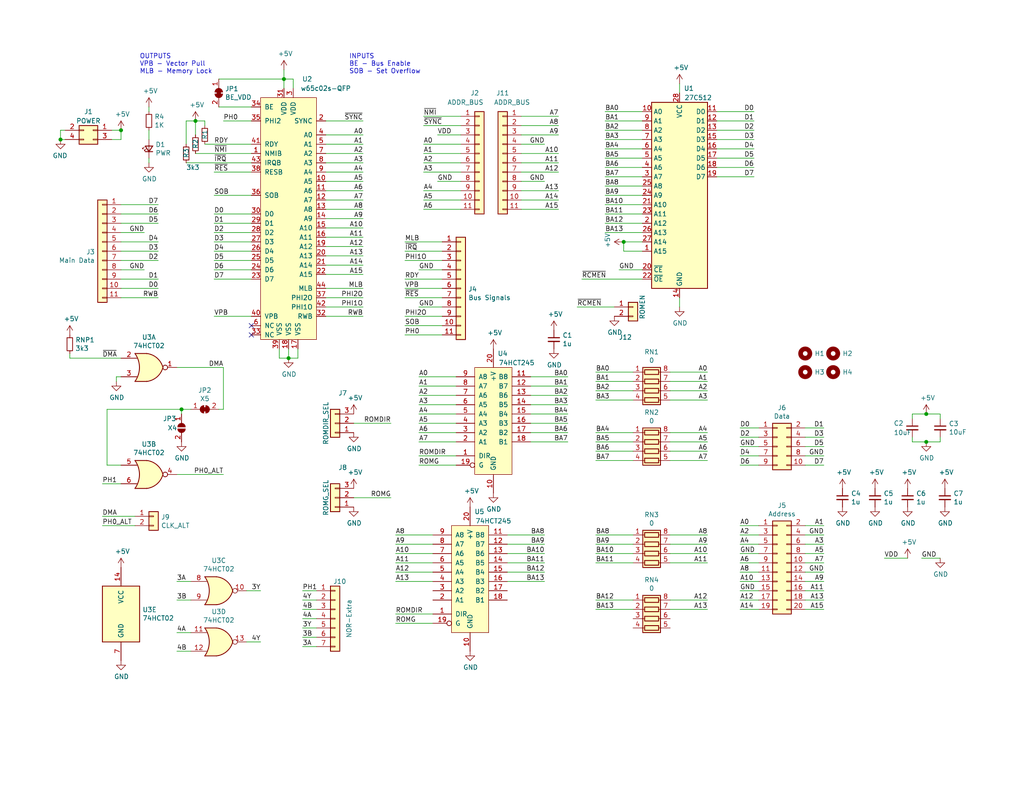
<source format=kicad_sch>
(kicad_sch (version 20230121) (generator eeschema)
  (paper "USLetter")
  (junction (at 78.74 97.79))
  (junction (at 49.53 111.76))
  (junction (at 252.73 113.03))
  (junction (at 53.34 33.02))
  (junction (at 33.02 35.56))
  (junction (at 16.51 38.1))
  (junction (at 170.18 66.04))
  (junction (at 252.73 120.65))
  (junction (at 77.47 21.59))
  (no_connect (at 68.58 91.44))
  (no_connect (at 68.58 88.9))
  (wire (pts (xy 154.94 107.95) (xy 144.78 107.95)))
  (wire (pts (xy 170.18 66.04) (xy 175.26 66.04)))
  (wire (pts (xy 52.07 158.75) (xy 48.26 158.75)))
  (wire (pts (xy 142.24 39.37) (xy 148.59 39.37)))
  (wire (pts (xy 58.42 53.34) (xy 68.58 53.34)))
  (wire (pts (xy 252.73 120.65) (xy 256.54 120.65)))
  (wire (pts (xy 110.49 71.12) (xy 120.65 71.12)))
  (wire (pts (xy 68.58 86.36) (xy 58.42 86.36)))
  (wire (pts (xy 142.24 34.29) (xy 152.4 34.29)))
  (wire (pts (xy 195.58 35.56) (xy 205.74 35.56)))
  (wire (pts (xy 125.73 46.99) (xy 115.57 46.99)))
  (wire (pts (xy 19.05 97.79) (xy 33.02 97.79)))
  (wire (pts (xy 88.9 57.15) (xy 99.06 57.15)))
  (wire (pts (xy 175.26 33.02) (xy 165.1 33.02)))
  (wire (pts (xy 182.88 151.13) (xy 193.04 151.13)))
  (wire (pts (xy 201.93 158.75) (xy 207.01 158.75)))
  (wire (pts (xy 88.9 49.53) (xy 99.06 49.53)))
  (wire (pts (xy 52.07 163.83) (xy 48.26 163.83)))
  (wire (pts (xy 195.58 30.48) (xy 205.74 30.48)))
  (wire (pts (xy 88.9 41.91) (xy 99.06 41.91)))
  (wire (pts (xy 148.59 148.59) (xy 138.43 148.59)))
  (wire (pts (xy 68.58 33.02) (xy 60.96 33.02)))
  (wire (pts (xy 185.42 22.86) (xy 185.42 25.4)))
  (wire (pts (xy 162.56 123.19) (xy 172.72 123.19)))
  (wire (pts (xy 201.93 161.29) (xy 207.01 161.29)))
  (wire (pts (xy 201.93 166.37) (xy 207.01 166.37)))
  (wire (pts (xy 88.9 52.07) (xy 99.06 52.07)))
  (wire (pts (xy 120.65 73.66) (xy 114.3 73.66)))
  (wire (pts (xy 30.48 35.56) (xy 33.02 35.56)))
  (wire (pts (xy 154.94 118.11) (xy 144.78 118.11)))
  (wire (pts (xy 88.9 39.37) (xy 99.06 39.37)))
  (wire (pts (xy 248.92 120.65) (xy 252.73 120.65)))
  (wire (pts (xy 120.65 78.74) (xy 110.49 78.74)))
  (wire (pts (xy 124.46 118.11) (xy 114.3 118.11)))
  (wire (pts (xy 40.64 35.56) (xy 40.64 38.1)))
  (wire (pts (xy 16.51 35.56) (xy 16.51 38.1)))
  (wire (pts (xy 88.9 54.61) (xy 99.06 54.61)))
  (wire (pts (xy 115.57 31.75) (xy 125.73 31.75)))
  (wire (pts (xy 33.02 76.2) (xy 43.18 76.2)))
  (wire (pts (xy 175.26 35.56) (xy 165.1 35.56)))
  (wire (pts (xy 99.06 83.82) (xy 88.9 83.82)))
  (wire (pts (xy 67.31 175.26) (xy 71.12 175.26)))
  (wire (pts (xy 201.93 153.67) (xy 207.01 153.67)))
  (wire (pts (xy 110.49 68.58) (xy 120.65 68.58)))
  (wire (pts (xy 80.01 21.59) (xy 77.47 21.59)))
  (wire (pts (xy 86.36 168.91) (xy 82.55 168.91)))
  (wire (pts (xy 175.26 53.34) (xy 165.1 53.34)))
  (wire (pts (xy 68.58 76.2) (xy 58.42 76.2)))
  (wire (pts (xy 76.2 97.79) (xy 78.74 97.79)))
  (wire (pts (xy 182.88 104.14) (xy 193.04 104.14)))
  (wire (pts (xy 33.02 71.12) (xy 43.18 71.12)))
  (wire (pts (xy 142.24 31.75) (xy 152.4 31.75)))
  (wire (pts (xy 55.88 33.02) (xy 53.34 33.02)))
  (wire (pts (xy 40.64 43.18) (xy 40.64 44.45)))
  (wire (pts (xy 50.8 33.02) (xy 50.8 39.37)))
  (wire (pts (xy 33.02 38.1) (xy 33.02 35.56)))
  (wire (pts (xy 29.21 127) (xy 33.02 127)))
  (wire (pts (xy 88.9 59.69) (xy 99.06 59.69)))
  (wire (pts (xy 162.56 166.37) (xy 172.72 166.37)))
  (wire (pts (xy 201.93 148.59) (xy 207.01 148.59)))
  (wire (pts (xy 224.79 127) (xy 219.71 127)))
  (wire (pts (xy 60.96 111.76) (xy 59.69 111.76)))
  (wire (pts (xy 110.49 91.44) (xy 120.65 91.44)))
  (wire (pts (xy 36.83 140.97) (xy 27.94 140.97)))
  (wire (pts (xy 118.11 151.13) (xy 107.95 151.13)))
  (wire (pts (xy 182.88 146.05) (xy 193.04 146.05)))
  (wire (pts (xy 88.9 36.83) (xy 99.06 36.83)))
  (wire (pts (xy 99.06 81.28) (xy 88.9 81.28)))
  (wire (pts (xy 142.24 36.83) (xy 152.4 36.83)))
  (wire (pts (xy 53.34 33.02) (xy 53.34 36.83)))
  (wire (pts (xy 88.9 86.36) (xy 99.06 86.36)))
  (wire (pts (xy 175.26 50.8) (xy 165.1 50.8)))
  (wire (pts (xy 115.57 34.29) (xy 125.73 34.29)))
  (wire (pts (xy 182.88 125.73) (xy 193.04 125.73)))
  (wire (pts (xy 175.26 40.64) (xy 165.1 40.64)))
  (wire (pts (xy 99.06 33.02) (xy 88.9 33.02)))
  (wire (pts (xy 118.11 148.59) (xy 107.95 148.59)))
  (wire (pts (xy 125.73 54.61) (xy 115.57 54.61)))
  (wire (pts (xy 162.56 109.22) (xy 172.72 109.22)))
  (wire (pts (xy 86.36 176.53) (xy 82.55 176.53)))
  (wire (pts (xy 219.71 153.67) (xy 224.79 153.67)))
  (wire (pts (xy 142.24 44.45) (xy 152.4 44.45)))
  (wire (pts (xy 124.46 124.46) (xy 114.3 124.46)))
  (wire (pts (xy 124.46 115.57) (xy 114.3 115.57)))
  (wire (pts (xy 86.36 163.83) (xy 82.55 163.83)))
  (wire (pts (xy 201.93 116.84) (xy 207.01 116.84)))
  (wire (pts (xy 86.36 173.99) (xy 82.55 173.99)))
  (wire (pts (xy 124.46 102.87) (xy 114.3 102.87)))
  (wire (pts (xy 124.46 120.65) (xy 114.3 120.65)))
  (wire (pts (xy 17.78 35.56) (xy 16.51 35.56)))
  (wire (pts (xy 201.93 156.21) (xy 207.01 156.21)))
  (wire (pts (xy 248.92 114.3) (xy 248.92 113.03)))
  (wire (pts (xy 247.65 152.4) (xy 241.3 152.4)))
  (wire (pts (xy 125.73 39.37) (xy 115.57 39.37)))
  (wire (pts (xy 55.88 39.37) (xy 68.58 39.37)))
  (wire (pts (xy 58.42 46.99) (xy 68.58 46.99)))
  (wire (pts (xy 219.71 166.37) (xy 224.79 166.37)))
  (wire (pts (xy 219.71 161.29) (xy 224.79 161.29)))
  (wire (pts (xy 88.9 46.99) (xy 99.06 46.99)))
  (wire (pts (xy 30.48 38.1) (xy 33.02 38.1)))
  (wire (pts (xy 162.56 104.14) (xy 172.72 104.14)))
  (wire (pts (xy 33.02 68.58) (xy 43.18 68.58)))
  (wire (pts (xy 162.56 146.05) (xy 172.72 146.05)))
  (wire (pts (xy 33.02 73.66) (xy 39.37 73.66)))
  (wire (pts (xy 175.26 43.18) (xy 165.1 43.18)))
  (wire (pts (xy 77.47 21.59) (xy 77.47 24.13)))
  (wire (pts (xy 125.73 49.53) (xy 119.38 49.53)))
  (wire (pts (xy 110.49 86.36) (xy 120.65 86.36)))
  (wire (pts (xy 99.06 67.31) (xy 88.9 67.31)))
  (wire (pts (xy 182.88 101.6) (xy 193.04 101.6)))
  (wire (pts (xy 201.93 163.83) (xy 207.01 163.83)))
  (wire (pts (xy 201.93 121.92) (xy 207.01 121.92)))
  (wire (pts (xy 152.4 46.99) (xy 142.24 46.99)))
  (wire (pts (xy 175.26 68.58) (xy 170.18 68.58)))
  (wire (pts (xy 162.56 120.65) (xy 172.72 120.65)))
  (wire (pts (xy 49.53 111.76) (xy 49.53 113.03)))
  (wire (pts (xy 224.79 119.38) (xy 219.71 119.38)))
  (wire (pts (xy 167.64 83.82) (xy 157.48 83.82)))
  (wire (pts (xy 33.02 60.96) (xy 43.18 60.96)))
  (wire (pts (xy 162.56 125.73) (xy 172.72 125.73)))
  (wire (pts (xy 118.11 167.64) (xy 107.95 167.64)))
  (wire (pts (xy 118.11 170.18) (xy 107.95 170.18)))
  (wire (pts (xy 120.65 83.82) (xy 114.3 83.82)))
  (wire (pts (xy 154.94 113.03) (xy 144.78 113.03)))
  (wire (pts (xy 86.36 161.29) (xy 82.55 161.29)))
  (wire (pts (xy 201.93 146.05) (xy 207.01 146.05)))
  (wire (pts (xy 125.73 52.07) (xy 115.57 52.07)))
  (wire (pts (xy 182.88 106.68) (xy 193.04 106.68)))
  (wire (pts (xy 162.56 106.68) (xy 172.72 106.68)))
  (wire (pts (xy 48.26 100.33) (xy 60.96 100.33)))
  (wire (pts (xy 33.02 81.28) (xy 43.18 81.28)))
  (wire (pts (xy 148.59 158.75) (xy 138.43 158.75)))
  (wire (pts (xy 162.56 151.13) (xy 172.72 151.13)))
  (wire (pts (xy 52.07 111.76) (xy 49.53 111.76)))
  (wire (pts (xy 182.88 120.65) (xy 193.04 120.65)))
  (wire (pts (xy 33.02 55.88) (xy 43.18 55.88)))
  (wire (pts (xy 152.4 57.15) (xy 142.24 57.15)))
  (wire (pts (xy 99.06 78.74) (xy 88.9 78.74)))
  (wire (pts (xy 219.71 151.13) (xy 224.79 151.13)))
  (wire (pts (xy 152.4 54.61) (xy 142.24 54.61)))
  (wire (pts (xy 248.92 119.38) (xy 248.92 120.65)))
  (wire (pts (xy 99.06 74.93) (xy 88.9 74.93)))
  (wire (pts (xy 110.49 76.2) (xy 120.65 76.2)))
  (wire (pts (xy 201.93 119.38) (xy 207.01 119.38)))
  (wire (pts (xy 107.95 158.75) (xy 118.11 158.75)))
  (wire (pts (xy 175.26 38.1) (xy 165.1 38.1)))
  (wire (pts (xy 81.28 97.79) (xy 81.28 95.25)))
  (wire (pts (xy 68.58 58.42) (xy 58.42 58.42)))
  (wire (pts (xy 60.96 100.33) (xy 60.96 111.76)))
  (wire (pts (xy 96.52 115.57) (xy 106.68 115.57)))
  (wire (pts (xy 33.02 78.74) (xy 43.18 78.74)))
  (wire (pts (xy 219.71 163.83) (xy 224.79 163.83)))
  (wire (pts (xy 152.4 52.07) (xy 142.24 52.07)))
  (wire (pts (xy 88.9 64.77) (xy 99.06 64.77)))
  (wire (pts (xy 33.02 58.42) (xy 43.18 58.42)))
  (wire (pts (xy 224.79 124.46) (xy 219.71 124.46)))
  (wire (pts (xy 29.21 111.76) (xy 49.53 111.76)))
  (wire (pts (xy 99.06 72.39) (xy 88.9 72.39)))
  (wire (pts (xy 148.59 146.05) (xy 138.43 146.05)))
  (wire (pts (xy 182.88 123.19) (xy 193.04 123.19)))
  (wire (pts (xy 201.93 127) (xy 207.01 127)))
  (wire (pts (xy 154.94 115.57) (xy 144.78 115.57)))
  (wire (pts (xy 68.58 63.5) (xy 58.42 63.5)))
  (wire (pts (xy 170.18 68.58) (xy 170.18 66.04)))
  (wire (pts (xy 162.56 163.83) (xy 172.72 163.83)))
  (wire (pts (xy 33.02 63.5) (xy 39.37 63.5)))
  (wire (pts (xy 185.42 81.28) (xy 185.42 83.82)))
  (wire (pts (xy 175.26 76.2) (xy 158.75 76.2)))
  (wire (pts (xy 248.92 113.03) (xy 252.73 113.03)))
  (wire (pts (xy 55.88 34.29) (xy 55.88 33.02)))
  (wire (pts (xy 193.04 163.83) (xy 182.88 163.83)))
  (wire (pts (xy 219.71 148.59) (xy 224.79 148.59)))
  (wire (pts (xy 48.26 129.54) (xy 60.96 129.54)))
  (wire (pts (xy 165.1 60.96) (xy 175.26 60.96)))
  (wire (pts (xy 33.02 102.87) (xy 31.75 102.87)))
  (wire (pts (xy 78.74 97.79) (xy 81.28 97.79)))
  (wire (pts (xy 162.56 148.59) (xy 172.72 148.59)))
  (wire (pts (xy 162.56 118.11) (xy 172.72 118.11)))
  (wire (pts (xy 31.75 102.87) (xy 31.75 104.14)))
  (wire (pts (xy 125.73 44.45) (xy 115.57 44.45)))
  (wire (pts (xy 77.47 19.05) (xy 77.47 21.59)))
  (wire (pts (xy 224.79 116.84) (xy 219.71 116.84)))
  (wire (pts (xy 118.11 153.67) (xy 107.95 153.67)))
  (wire (pts (xy 175.26 30.48) (xy 165.1 30.48)))
  (wire (pts (xy 27.94 143.51) (xy 36.83 143.51)))
  (wire (pts (xy 125.73 57.15) (xy 115.57 57.15)))
  (wire (pts (xy 195.58 40.64) (xy 205.74 40.64)))
  (wire (pts (xy 256.54 120.65) (xy 256.54 119.38)))
  (wire (pts (xy 175.26 73.66) (xy 168.91 73.66)))
  (wire (pts (xy 110.49 81.28) (xy 120.65 81.28)))
  (wire (pts (xy 175.26 58.42) (xy 165.1 58.42)))
  (wire (pts (xy 195.58 48.26) (xy 205.74 48.26)))
  (wire (pts (xy 148.59 151.13) (xy 138.43 151.13)))
  (wire (pts (xy 165.1 63.5) (xy 175.26 63.5)))
  (wire (pts (xy 88.9 44.45) (xy 99.06 44.45)))
  (wire (pts (xy 67.31 161.29) (xy 71.12 161.29)))
  (wire (pts (xy 16.51 38.1) (xy 17.78 38.1)))
  (wire (pts (xy 76.2 95.25) (xy 76.2 97.79)))
  (wire (pts (xy 195.58 38.1) (xy 205.74 38.1)))
  (wire (pts (xy 50.8 44.45) (xy 68.58 44.45)))
  (wire (pts (xy 68.58 66.04) (xy 58.42 66.04)))
  (wire (pts (xy 88.9 62.23) (xy 99.06 62.23)))
  (wire (pts (xy 53.34 41.91) (xy 68.58 41.91)))
  (wire (pts (xy 142.24 41.91) (xy 152.4 41.91)))
  (wire (pts (xy 125.73 36.83) (xy 119.38 36.83)))
  (wire (pts (xy 195.58 45.72) (xy 205.74 45.72)))
  (wire (pts (xy 33.02 66.04) (xy 43.18 66.04)))
  (wire (pts (xy 162.56 153.67) (xy 172.72 153.67)))
  (wire (pts (xy 195.58 33.02) (xy 205.74 33.02)))
  (wire (pts (xy 219.71 156.21) (xy 224.79 156.21)))
  (wire (pts (xy 154.94 105.41) (xy 144.78 105.41)))
  (wire (pts (xy 52.07 172.72) (xy 48.26 172.72)))
  (wire (pts (xy 33.02 132.08) (xy 27.94 132.08)))
  (wire (pts (xy 53.34 33.02) (xy 50.8 33.02)))
  (wire (pts (xy 219.71 143.51) (xy 224.79 143.51)))
  (wire (pts (xy 124.46 105.41) (xy 114.3 105.41)))
  (wire (pts (xy 175.26 48.26) (xy 165.1 48.26)))
  (wire (pts (xy 219.71 146.05) (xy 224.79 146.05)))
  (wire (pts (xy 78.74 95.25) (xy 78.74 97.79)))
  (wire (pts (xy 256.54 152.4) (xy 251.46 152.4)))
  (wire (pts (xy 86.36 166.37) (xy 82.55 166.37)))
  (wire (pts (xy 40.64 29.21) (xy 40.64 30.48)))
  (wire (pts (xy 175.26 45.72) (xy 165.1 45.72)))
  (wire (pts (xy 125.73 41.91) (xy 115.57 41.91)))
  (wire (pts (xy 224.79 121.92) (xy 219.71 121.92)))
  (wire (pts (xy 256.54 113.03) (xy 256.54 114.3)))
  (wire (pts (xy 148.59 153.67) (xy 138.43 153.67)))
  (wire (pts (xy 195.58 43.18) (xy 205.74 43.18)))
  (wire (pts (xy 201.93 151.13) (xy 207.01 151.13)))
  (wire (pts (xy 175.26 55.88) (xy 165.1 55.88)))
  (wire (pts (xy 142.24 49.53) (xy 148.59 49.53)))
  (wire (pts (xy 68.58 68.58) (xy 58.42 68.58)))
  (wire (pts (xy 68.58 73.66) (xy 58.42 73.66)))
  (wire (pts (xy 182.88 118.11) (xy 193.04 118.11)))
  (wire (pts (xy 68.58 71.12) (xy 58.42 71.12)))
  (wire (pts (xy 19.05 96.52) (xy 19.05 97.79)))
  (wire (pts (xy 124.46 127) (xy 114.3 127)))
  (wire (pts (xy 96.52 135.89) (xy 106.68 135.89)))
  (wire (pts (xy 124.46 107.95) (xy 114.3 107.95)))
  (wire (pts (xy 118.11 146.05) (xy 107.95 146.05)))
  (wire (pts (xy 148.59 156.21) (xy 138.43 156.21)))
  (wire (pts (xy 107.95 156.21) (xy 118.11 156.21)))
  (wire (pts (xy 154.94 110.49) (xy 144.78 110.49)))
  (wire (pts (xy 80.01 24.13) (xy 80.01 21.59)))
  (wire (pts (xy 86.36 171.45) (xy 82.55 171.45)))
  (wire (pts (xy 110.49 88.9) (xy 120.65 88.9)))
  (wire (pts (xy 193.04 166.37) (xy 182.88 166.37)))
  (wire (pts (xy 201.93 143.51) (xy 207.01 143.51)))
  (wire (pts (xy 182.88 153.67) (xy 193.04 153.67)))
  (wire (pts (xy 182.88 109.22) (xy 193.04 109.22)))
  (wire (pts (xy 29.21 111.76) (xy 29.21 127)))
  (wire (pts (xy 124.46 110.49) (xy 114.3 110.49)))
  (wire (pts (xy 59.69 29.21) (xy 68.58 29.21)))
  (wire (pts (xy 110.49 66.04) (xy 120.65 66.04)))
  (wire (pts (xy 124.46 113.03) (xy 114.3 113.03)))
  (wire (pts (xy 68.58 60.96) (xy 58.42 60.96)))
  (wire (pts (xy 182.88 148.59) (xy 193.04 148.59)))
  (wire (pts (xy 252.73 113.03) (xy 256.54 113.03)))
  (wire (pts (xy 162.56 101.6) (xy 172.72 101.6)))
  (wire (pts (xy 219.71 158.75) (xy 224.79 158.75)))
  (wire (pts (xy 201.93 124.46) (xy 207.01 124.46)))
  (wire (pts (xy 154.94 120.65) (xy 144.78 120.65)))
  (wire (pts (xy 59.69 21.59) (xy 77.47 21.59)))
  (wire (pts (xy 99.06 69.85) (xy 88.9 69.85)))
  (wire (pts (xy 52.07 177.8) (xy 48.26 177.8)))
  (wire (pts (xy 154.94 102.87) (xy 144.78 102.87)))
  (text "INPUTS\nBE - Bus Enable\nSOB - Set Overflow\n" (at 95.25 20.32 0) (effects (font (size 1.27 1.27)) (justify left bottom)))
  (text "OUTPUTS\nVPB - Vector Pull\nMLB - Memory Lock \n" (at 38.1 20.32 0) (effects (font (size 1.27 1.27)) (justify left bottom)))
  (label "BA7" (at 154.94 120.65 180))
  (label "BA13" (at 148.59 158.75 180))
  (label "A8" (at 107.95 146.05 0))
  (label "D2" (at 205.74 35.56 180))
  (label "~{RES}" (at 110.49 81.28 0))
  (label "A7" (at 152.4 31.75 180))
  (label "ROMDIR" (at 114.3 124.46 0))
  (label "BA11" (at 148.59 153.67 180))
  (label "A6" (at 99.06 52.07 180))
  (label "BA1" (at 162.56 104.14 0))
  (label "A5" (at 193.04 120.65 180))
  (label "A1" (at 193.04 104.14 180))
  (label "D5" (at 224.79 121.92 180))
  (label "BA6" (at 154.94 118.11 180))
  (label "~{RCMEN}" (at 158.75 76.2 0))
  (label "BA12" (at 162.56 163.83 0))
  (label "BA1" (at 165.1 33.02 0))
  (label "RDY" (at 110.49 76.2 0))
  (label "D1" (at 205.74 33.02 180))
  (label "A15" (at 99.06 74.93 180))
  (label "VDD" (at 241.3 152.4 0))
  (label "BA9" (at 162.56 148.59 0))
  (label "A15" (at 152.4 57.15 180))
  (label "PH1" (at 27.94 132.08 0))
  (label "A14" (at 152.4 54.61 180))
  (label "A5" (at 114.3 115.57 0))
  (label "A0" (at 114.3 102.87 0))
  (label "ROMG" (at 106.68 135.89 180))
  (label "GND" (at 119.38 49.53 0))
  (label "A8" (at 152.4 34.29 180))
  (label "A6" (at 114.3 118.11 0))
  (label "A3" (at 224.79 148.59 180))
  (label "D7" (at 205.74 48.26 180))
  (label "A2" (at 114.3 107.95 0))
  (label "A5" (at 99.06 49.53 180))
  (label "D4" (at 205.74 40.64 180))
  (label "D1" (at 58.42 60.96 0))
  (label "DMA" (at 27.94 140.97 0))
  (label "~{SYNC}" (at 115.57 34.29 0))
  (label "4Y" (at 71.12 175.26 180))
  (label "GND" (at 201.93 121.92 0))
  (label "SOB" (at 58.42 53.34 0))
  (label "A1" (at 224.79 143.51 180))
  (label "A10" (at 107.95 151.13 0))
  (label "D4" (at 58.42 68.58 0))
  (label "~{SYNC}" (at 99.06 33.02 180))
  (label "D0" (at 43.18 78.74 180))
  (label "A1" (at 114.3 105.41 0))
  (label "3Y" (at 71.12 161.29 180))
  (label "~{NMI}" (at 115.57 31.75 0))
  (label "D4" (at 201.93 124.46 0))
  (label "BA3" (at 162.56 109.22 0))
  (label "4B" (at 48.26 177.8 0))
  (label "D4" (at 43.18 66.04 180))
  (label "ROMDIR" (at 107.95 167.64 0))
  (label "~{IRQ}" (at 110.49 68.58 0))
  (label "4A" (at 48.26 172.72 0))
  (label "GND" (at 39.37 63.5 180))
  (label "A0" (at 193.04 101.6 180))
  (label "PH1" (at 82.55 161.29 0))
  (label "3B" (at 48.26 163.83 0))
  (label "GND" (at 224.79 146.05 180))
  (label "BA4" (at 154.94 113.03 180))
  (label "PH0_ALT" (at 27.94 143.51 0))
  (label "SOB" (at 110.49 88.9 0))
  (label "GND" (at 114.3 73.66 0))
  (label "PHI1O" (at 99.06 83.82 180))
  (label "4B" (at 82.55 166.37 0))
  (label "GND" (at 168.91 73.66 0))
  (label "BA7" (at 165.1 48.26 0))
  (label "A0" (at 99.06 36.83 180))
  (label "3Y" (at 82.55 171.45 0))
  (label "D5" (at 58.42 71.12 0))
  (label "A7" (at 99.06 54.61 180))
  (label "BA2" (at 154.94 107.95 180))
  (label "D7" (at 58.42 76.2 0))
  (label "BA4" (at 162.56 118.11 0))
  (label "A8" (at 99.06 57.15 180))
  (label "A13" (at 224.79 163.83 180))
  (label "D6" (at 205.74 45.72 180))
  (label "D0" (at 58.42 58.42 0))
  (label "A12" (at 107.95 156.21 0))
  (label "MLB" (at 99.06 78.74 180))
  (label "A14" (at 99.06 72.39 180))
  (label "A6" (at 193.04 123.19 180))
  (label "BA13" (at 165.1 63.5 0))
  (label "A4" (at 99.06 46.99 180))
  (label "PHI1O" (at 110.49 71.12 0))
  (label "PH0_ALT" (at 60.96 129.54 180))
  (label "BA2" (at 162.56 106.68 0))
  (label "D6" (at 43.18 58.42 180))
  (label "D5" (at 43.18 60.96 180))
  (label "BA4" (at 165.1 40.64 0))
  (label "A9" (at 99.06 59.69 180))
  (label "BA6" (at 162.56 123.19 0))
  (label "A7" (at 114.3 120.65 0))
  (label "PH0" (at 60.96 33.02 0))
  (label "D0" (at 205.74 30.48 180))
  (label "BA8" (at 148.59 146.05 180))
  (label "A2" (at 201.93 146.05 0))
  (label "BA12" (at 165.1 60.96 0))
  (label "A10" (at 99.06 62.23 180))
  (label "4Y" (at 82.55 163.83 0))
  (label "A9" (at 224.79 158.75 180))
  (label "ROMG" (at 114.3 127 0))
  (label "A12" (at 193.04 163.83 180))
  (label "A6" (at 201.93 153.67 0))
  (label "A0" (at 115.57 39.37 0))
  (label "BA3" (at 154.94 110.49 180))
  (label "A0" (at 201.93 143.51 0))
  (label "D3" (at 205.74 38.1 180))
  (label "A10" (at 193.04 151.13 180))
  (label "~{IRQ}" (at 58.42 44.45 0))
  (label "GND" (at 201.93 161.29 0))
  (label "A11" (at 107.95 153.67 0))
  (label "ROMDIR" (at 106.68 115.57 180))
  (label "D1" (at 224.79 116.84 180))
  (label "A12" (at 152.4 46.99 180))
  (label "BA13" (at 162.56 166.37 0))
  (label "D6" (at 201.93 127 0))
  (label "D7" (at 224.79 127 180))
  (label "GND" (at 148.59 39.37 180))
  (label "GND" (at 201.93 151.13 0))
  (label "BA8" (at 162.56 146.05 0))
  (label "A3" (at 99.06 44.45 180))
  (label "D2" (at 201.93 119.38 0))
  (label "BA5" (at 162.56 120.65 0))
  (label "A7" (at 193.04 125.73 180))
  (label "A5" (at 224.79 151.13 180))
  (label "A2" (at 115.57 44.45 0))
  (label "A6" (at 115.57 57.15 0))
  (label "A13" (at 193.04 166.37 180))
  (label "~{RCMEN}" (at 157.48 83.82 0))
  (label "VPB" (at 58.42 86.36 0))
  (label "A13" (at 99.06 69.85 180))
  (label "~{RES}" (at 58.42 46.99 0))
  (label "BA6" (at 165.1 45.72 0))
  (label "RWB" (at 99.06 86.36 180))
  (label "D3" (at 43.18 68.58 180))
  (label "BA9" (at 148.59 148.59 180))
  (label "BA10" (at 165.1 55.88 0))
  (label "4A" (at 82.55 168.91 0))
  (label "A3" (at 115.57 46.99 0))
  (label "A4" (at 193.04 118.11 180))
  (label "VPB" (at 110.49 78.74 0))
  (label "D6" (at 58.42 73.66 0))
  (label "DMA" (at 60.96 100.33 180))
  (label "A1" (at 115.57 41.91 0))
  (label "3A" (at 48.26 158.75 0))
  (label "GND" (at 224.79 124.46 180))
  (label "BA12" (at 148.59 156.21 180))
  (label "GND" (at 224.79 156.21 180))
  (label "A1" (at 99.06 39.37 180))
  (label "GND" (at 148.59 49.53 180))
  (label "BA9" (at 165.1 53.34 0))
  (label "D7" (at 43.18 55.88 180))
  (label "3A" (at 82.55 176.53 0))
  (label "ROMG" (at 107.95 170.18 0))
  (label "A9" (at 193.04 148.59 180))
  (label "BA2" (at 165.1 35.56 0))
  (label "A13" (at 152.4 52.07 180))
  (label "BA5" (at 165.1 43.18 0))
  (label "D2" (at 43.18 71.12 180))
  (label "D0" (at 201.93 116.84 0))
  (label "MLB" (at 110.49 66.04 0))
  (label "RWB" (at 43.18 81.28 180))
  (label "A4" (at 115.57 52.07 0))
  (label "BA11" (at 165.1 58.42 0))
  (label "A12" (at 201.93 163.83 0))
  (label "GND" (at 114.3 83.82 0))
  (label "A5" (at 115.57 54.61 0))
  (label "BA1" (at 154.94 105.41 180))
  (label "BA10" (at 148.59 151.13 180))
  (label "BA0" (at 154.94 102.87 180))
  (label "BA7" (at 162.56 125.73 0))
  (label "A2" (at 99.06 41.91 180))
  (label "A11" (at 224.79 161.29 180))
  (label "BA3" (at 165.1 38.1 0))
  (label "A15" (at 224.79 166.37 180))
  (label "BA0" (at 162.56 101.6 0))
  (label "D2" (at 58.42 63.5 0))
  (label "D1" (at 43.18 76.2 180))
  (label "BA5" (at 154.94 115.57 180))
  (label "A7" (at 224.79 153.67 180))
  (label "~{DMA}" (at 27.94 97.79 0))
  (label "A3" (at 193.04 109.22 180))
  (label "A4" (at 201.93 148.59 0))
  (label "A3" (at 114.3 110.49 0))
  (label "A9" (at 152.4 36.83 180))
  (label "A9" (at 107.95 148.59 0))
  (label "RDY" (at 58.42 39.37 0))
  (label "VDD" (at 119.38 36.83 0))
  (label "A13" (at 107.95 158.75 0))
  (label "GND" (at 251.46 152.4 0))
  (label "3B" (at 82.55 173.99 0))
  (label "A4" (at 114.3 113.03 0))
  (label "D3" (at 58.42 66.04 0))
  (label "A11" (at 152.4 44.45 180))
  (label "BA0" (at 165.1 30.48 0))
  (label "A14" (at 201.93 166.37 0))
  (label "A2" (at 193.04 106.68 180))
  (label "A11" (at 193.04 153.67 180))
  (label "PHI2O" (at 110.49 86.36 0))
  (label "~{NMI}" (at 58.42 41.91 0))
  (label "A8" (at 201.93 156.21 0))
  (label "A8" (at 193.04 146.05 180))
  (label "A12" (at 99.06 67.31 180))
  (label "BA11" (at 162.56 153.67 0))
  (label "D5" (at 205.74 43.18 180))
  (label "PHI2O" (at 99.06 81.28 180))
  (label "GND" (at 39.37 73.66 180))
  (label "A11" (at 99.06 64.77 180))
  (label "PH0" (at 110.49 91.44 0))
  (label "A10" (at 152.4 41.91 180))
  (label "BA8" (at 165.1 50.8 0))
  (label "BA10" (at 162.56 151.13 0))
  (label "D3" (at 224.79 119.38 180))
  (label "A10" (at 201.93 158.75 0))
  (symbol (lib_id "WDC_65C02:w65c02s") (at 78.74 59.69 0) (unit 1)
    (property "Reference" "U2" (at 83.82 21.59 0))
    (property "Value" "w65c02s-QFP" (at 88.9 24.13 0))
    (property "Footprint" "Package_QFP:PQFP-44_10x10mm_P0.8mm" (effects hide))
  )
  (symbol (lib_id "Device:C_Small") (at 248.92 116.84 0) (unit 1)
    (property "Reference" "C2" (at 243.84 115.57 0) (effects (justify left)))
    (property "Value" "10uF" (at 243.84 118.11 0) (effects (justify left)))
    (property "Footprint" "Capacitor_THT:C_Radial_D6.3mm_H5.0mm_P2.50mm" (effects hide))
  )
  (symbol (lib_id "Device:C_Small") (at 256.54 116.84 0) (unit 1)
    (property "Reference" "C3" (at 258.8768 115.6716 0) (effects (justify left)))
    (property "Value" "10uF" (at 258.8768 117.983 0) (effects (justify left)))
    (property "Footprint" "Capacitor_SMD:C_0805_2012Metric" (effects hide))
  )
  (symbol (lib_id "power:+5V") (at 252.73 113.03 0) (unit 1)
    (property "Reference" "#PWR0101" (effects hide))
    (property "Value" "+5V" (at 253.111 108.6358 0))
  )
  (symbol (lib_id "power:GND") (at 252.73 120.65 0) (unit 1)
    (property "Reference" "#PWR0102" (effects hide))
    (property "Value" "GND" (at 252.857 125.0442 0))
  )
  (symbol (lib_id "Connector_Generic:Conn_01x11") (at 27.94 68.58 0) (mirror y) (unit 1)
    (property "Reference" "J3" (at 25.908 68.7832 0) (effects (justify left)))
    (property "Value" "Main Data" (at 25.908 71.0946 0) (effects (justify left)))
    (property "Footprint" "Connector_PinHeader_2.54mm:PinHeader_1x11_P2.54mm_Vertical" (effects hide))
  )
  (symbol (lib_id "power:GND") (at 78.74 97.79 0) (unit 1)
    (property "Reference" "#PWR0103" (effects hide))
    (property "Value" "GND" (at 78.867 102.1842 0))
  )
  (symbol (lib_id "Connector_Generic:Conn_01x11") (at 125.73 78.74 0) (unit 1)
    (property "Reference" "J4" (at 127.762 78.9432 0) (effects (justify left)))
    (property "Value" "Bus Signals" (at 127.762 81.2546 0) (effects (justify left)))
    (property "Footprint" "Connector_PinHeader_2.54mm:PinHeader_1x11_P2.54mm_Vertical" (effects hide))
  )
  (symbol (lib_id "Connector_Generic:Conn_02x10_Odd_Even") (at 212.09 153.67 0) (unit 1)
    (property "Reference" "J5" (at 213.36 137.9982 0))
    (property "Value" "Address" (at 213.36 140.3096 0))
    (property "Footprint" "Connector_PinHeader_2.54mm:PinHeader_2x10_P2.54mm_Vertical" (effects hide))
  )
  (symbol (lib_id "Connector_Generic:Conn_02x05_Odd_Even") (at 212.09 121.92 0) (unit 1)
    (property "Reference" "J6" (at 213.36 111.3282 0))
    (property "Value" "Data" (at 213.36 113.6396 0))
    (property "Footprint" "Connector_PinHeader_2.54mm:PinHeader_2x05_P2.54mm_Vertical" (effects hide))
  )
  (symbol (lib_id "Device:R_Small") (at 55.88 36.83 0) (unit 1)
    (property "Reference" "R1" (at 55.88 38.1 90) (effects (justify left)))
    (property "Value" "3k3" (effects hide))
    (property "Footprint" "Resistor_SMD:R_0805_2012Metric" (effects hide))
  )
  (symbol (lib_id "Device:R_Small") (at 53.34 39.37 0) (unit 1)
    (property "Reference" "R2" (at 53.34 40.64 90) (effects (justify left)))
    (property "Value" "3k3" (at 50.8 45.72 0) (effects (justify left)))
    (property "Footprint" "Resistor_SMD:R_0805_2012Metric" (effects hide))
  )
  (symbol (lib_id "Device:R_Small") (at 50.8 41.91 0) (unit 1)
    (property "Reference" "R3" (at 50.8 43.18 90) (effects (justify left)))
    (property "Value" "3k3" (effects hide))
    (property "Footprint" "Resistor_SMD:R_0805_2012Metric" (effects hide))
  )
  (symbol (lib_id "power:+5V") (at 53.34 33.02 0) (unit 1)
    (property "Reference" "#PWR0104" (effects hide))
    (property "Value" "+5V" (at 53.721 28.6258 0))
  )
  (symbol (lib_id "power:GND") (at 185.42 83.82 0) (unit 1)
    (property "Reference" "#PWR0110" (effects hide))
    (property "Value" "GND" (at 185.547 88.2142 0))
  )
  (symbol (lib_id "power:+5V") (at 185.42 22.86 0) (unit 1)
    (property "Reference" "#PWR0105" (effects hide))
    (property "Value" "+5V" (at 185.801 18.4658 0))
  )
  (symbol (lib_id "Device:C_Small") (at 229.87 135.89 0) (unit 1)
    (property "Reference" "C4" (at 232.2068 134.7216 0) (effects (justify left)))
    (property "Value" "1u" (at 232.2068 137.033 0) (effects (justify left)))
    (property "Footprint" "Capacitor_SMD:C_0805_2012Metric" (effects hide))
  )
  (symbol (lib_id "power:GND") (at 229.87 138.43 0) (unit 1)
    (property "Reference" "#PWR0106" (effects hide))
    (property "Value" "GND" (at 229.997 142.8242 0))
  )
  (symbol (lib_id "power:+5V") (at 229.87 133.35 0) (unit 1)
    (property "Reference" "#PWR0107" (effects hide))
    (property "Value" "+5V" (at 230.251 128.9558 0))
  )
  (symbol (lib_id "Memory_EPROM:27C512") (at 185.42 53.34 0) (unit 1)
    (property "Reference" "U1" (at 187.96 24.13 0))
    (property "Value" "27C512" (at 190.5 26.67 0))
    (property "Footprint" "Package_DIP:DIP-28_W15.24mm_Socket_LongPads" (effects hide))
    (property "Datasheet" "http://ww1.microchip.com/downloads/en/DeviceDoc/doc0015.pdf" (effects hide))
  )
  (symbol (lib_id "power:GND") (at 256.54 152.4 0) (unit 1)
    (property "Reference" "#PWR0108" (effects hide))
    (property "Value" "GND" (at 256.667 156.7942 0))
  )
  (symbol (lib_id "power:+5V") (at 170.18 66.04 90) (unit 1)
    (property "Reference" "#PWR0109" (effects hide))
    (property "Value" "+5V" (at 165.7858 65.659 0))
  )
  (symbol (lib_id "Apple_IIgs_Symbols:74HCT245") (at 134.62 115.57 0) (unit 1)
    (property "Reference" "U4" (at 137.16 96.52 0))
    (property "Value" "74HCT245" (at 140.97 99.06 0))
    (property "Footprint" "Package_SO:SOIC-20W_7.5x12.8mm_P1.27mm" (effects hide))
  )
  (symbol (lib_id "Connector_Generic:Conn_01x11") (at 130.81 44.45 0) (unit 1)
    (property "Reference" "J2" (at 129.54 25.4 0))
    (property "Value" "ADDR_BUS" (at 127 27.94 0))
    (property "Footprint" "Connector_PinHeader_2.54mm:PinHeader_1x11_P2.54mm_Vertical" (effects hide))
  )
  (symbol (lib_id "Apple_IIgs_Symbols:74HCT245") (at 128.27 158.75 0) (unit 1)
    (property "Reference" "U5" (at 130.81 139.7 0))
    (property "Value" "74HCT245" (at 134.62 142.24 0))
    (property "Footprint" "Package_SO:SOIC-20W_7.5x12.8mm_P1.27mm" (effects hide))
  )
  (symbol (lib_id "power:GND") (at 134.62 134.62 0) (unit 1)
    (property "Reference" "#PWR0111" (effects hide))
    (property "Value" "GND" (at 134.747 139.0142 0))
  )
  (symbol (lib_id "power:GND") (at 128.27 177.8 0) (unit 1)
    (property "Reference" "#PWR0112" (effects hide))
    (property "Value" "GND" (at 128.397 182.1942 0))
  )
  (symbol (lib_id "power:+5V") (at 134.62 95.25 0) (unit 1)
    (property "Reference" "#PWR0113" (effects hide))
    (property "Value" "+5V" (at 135.001 90.8558 0))
  )
  (symbol (lib_id "power:+5V") (at 128.27 138.43 0) (unit 1)
    (property "Reference" "#PWR0114" (effects hide))
    (property "Value" "+5V" (at 128.651 134.0358 0))
  )
  (symbol (lib_id "Connector_Generic:Conn_01x03") (at 91.44 115.57 180) (unit 1)
    (property "Reference" "J7" (at 93.5228 107.315 0))
    (property "Value" "ROMDIR_SEL" (at 88.9 115.57 90))
    (property "Footprint" "Connector_PinHeader_2.54mm:PinHeader_1x03_P2.54mm_Vertical" (effects hide))
  )
  (symbol (lib_id "Connector_Generic:Conn_01x03") (at 91.44 135.89 180) (unit 1)
    (property "Reference" "J8" (at 93.5228 127.635 0))
    (property "Value" "ROMG_SEL" (at 88.9 135.89 90))
    (property "Footprint" "Connector_PinHeader_2.54mm:PinHeader_1x03_P2.54mm_Vertical" (effects hide))
  )
  (symbol (lib_id "power:GND") (at 96.52 138.43 0) (unit 1)
    (property "Reference" "#PWR0115" (effects hide))
    (property "Value" "GND" (at 96.647 142.8242 0))
  )
  (symbol (lib_id "power:GND") (at 96.52 118.11 0) (unit 1)
    (property "Reference" "#PWR0116" (effects hide))
    (property "Value" "GND" (at 96.647 122.5042 0))
  )
  (symbol (lib_id "power:+5V") (at 96.52 113.03 0) (unit 1)
    (property "Reference" "#PWR0117" (effects hide))
    (property "Value" "+5V" (at 96.901 108.6358 0))
  )
  (symbol (lib_id "power:+5V") (at 96.52 133.35 0) (unit 1)
    (property "Reference" "#PWR0118" (effects hide))
    (property "Value" "+5V" (at 96.901 128.9558 0))
  )
  (symbol (lib_id "Device:R_Pack04") (at 177.8 106.68 270) (unit 1)
    (property "Reference" "RN1" (at 177.8 96.0882 90))
    (property "Value" "0" (at 177.8 98.3996 90))
    (property "Footprint" "Resistor_SMD:R_Array_Convex_4x0612" (effects hide))
  )
  (symbol (lib_id "Device:R_Pack04") (at 177.8 123.19 270) (unit 1)
    (property "Reference" "RN2" (at 177.8 112.5982 90))
    (property "Value" "0" (at 177.8 114.9096 90))
    (property "Footprint" "Resistor_SMD:R_Array_Convex_4x0612" (effects hide))
  )
  (symbol (lib_id "Device:R_Pack04") (at 177.8 151.13 270) (unit 1)
    (property "Reference" "RN3" (at 177.8 140.5382 90))
    (property "Value" "0" (at 177.8 142.8496 90))
    (property "Footprint" "Resistor_SMD:R_Array_Convex_4x0612" (effects hide))
  )
  (symbol (lib_id "Device:R_Pack04") (at 177.8 168.91 270) (unit 1)
    (property "Reference" "RN4" (at 177.8 158.3182 90))
    (property "Value" "0" (at 177.8 160.6296 90))
    (property "Footprint" "Resistor_SMD:R_Array_Convex_4x0612" (effects hide))
  )
  (symbol (lib_id "Mechanical:MountingHole") (at 219.71 96.52 0) (unit 1)
    (property "Reference" "H1" (at 222.25 96.52 0) (effects (justify left)))
    (property "Value" "MountingHole" (effects hide))
    (property "Footprint" "MountingHole:MountingHole_2.7mm_M2.5" (effects hide))
  )
  (symbol (lib_id "Mechanical:MountingHole") (at 227.33 96.52 0) (unit 1)
    (property "Reference" "H2" (at 229.87 96.52 0) (effects (justify left)))
    (property "Value" "MountingHole" (effects hide))
    (property "Footprint" "MountingHole:MountingHole_2.7mm_M2.5" (effects hide))
  )
  (symbol (lib_id "Mechanical:MountingHole") (at 227.33 101.6 0) (unit 1)
    (property "Reference" "H4" (at 229.87 101.6 0) (effects (justify left)))
    (property "Value" "MountingHole" (effects hide))
    (property "Footprint" "MountingHole:MountingHole_2.7mm_M2.5" (effects hide))
  )
  (symbol (lib_id "Mechanical:MountingHole") (at 219.71 101.6 0) (unit 1)
    (property "Reference" "H3" (at 222.25 101.6 0) (effects (justify left)))
    (property "Value" "MountingHole" (effects hide))
    (property "Footprint" "MountingHole:MountingHole_2.7mm_M2.5" (effects hide))
  )
  (symbol (lib_id "Device:C_Small") (at 151.13 92.71 0) (unit 1)
    (property "Reference" "C1" (at 153.4668 91.5416 0) (effects (justify left)))
    (property "Value" "1u" (at 153.4668 93.853 0) (effects (justify left)))
    (property "Footprint" "Capacitor_SMD:C_0805_2012Metric" (effects hide))
  )
  (symbol (lib_id "power:GND") (at 151.13 95.25 0) (unit 1)
    (property "Reference" "#PWR0119" (effects hide))
    (property "Value" "GND" (at 151.257 99.6442 0))
  )
  (symbol (lib_id "power:+5V") (at 151.13 90.17 0) (unit 1)
    (property "Reference" "#PWR0120" (effects hide))
    (property "Value" "+5V" (at 151.511 85.7758 0))
  )
  (symbol (lib_id "Device:C_Small") (at 238.76 135.89 0) (unit 1)
    (property "Reference" "C5" (at 241.0968 134.7216 0) (effects (justify left)))
    (property "Value" "1u" (at 241.0968 137.033 0) (effects (justify left)))
    (property "Footprint" "Capacitor_SMD:C_0805_2012Metric" (effects hide))
  )
  (symbol (lib_id "power:GND") (at 238.76 138.43 0) (unit 1)
    (property "Reference" "#PWR0121" (effects hide))
    (property "Value" "GND" (at 238.887 142.8242 0))
  )
  (symbol (lib_id "power:+5V") (at 238.76 133.35 0) (unit 1)
    (property "Reference" "#PWR0122" (effects hide))
    (property "Value" "+5V" (at 239.141 128.9558 0))
  )
  (symbol (lib_id "Connector_Generic:Conn_02x02_Odd_Even") (at 25.4 35.56 0) (mirror y) (unit 1)
    (property "Reference" "J1" (at 24.13 30.48 0))
    (property "Value" "POWER" (at 24.13 33.02 0))
    (property "Footprint" "Connector_PinHeader_2.54mm:PinHeader_2x02_P2.54mm_Vertical" (effects hide))
  )
  (symbol (lib_id "power:+5V") (at 33.02 35.56 0) (unit 1)
    (property "Reference" "#PWR0123" (effects hide))
    (property "Value" "+5V" (at 33.401 31.1658 0))
  )
  (symbol (lib_id "power:GND") (at 16.51 38.1 0) (mirror y) (unit 1)
    (property "Reference" "#PWR0124" (effects hide))
    (property "Value" "GND" (at 16.383 42.4942 0))
  )
  (symbol (lib_id "Device:C_Small") (at 247.65 135.89 0) (unit 1)
    (property "Reference" "C6" (at 249.9868 134.7216 0) (effects (justify left)))
    (property "Value" "1u" (at 249.9868 137.033 0) (effects (justify left)))
    (property "Footprint" "Capacitor_SMD:C_0805_2012Metric" (effects hide))
  )
  (symbol (lib_id "power:GND") (at 247.65 138.43 0) (unit 1)
    (property "Reference" "#PWR0125" (effects hide))
    (property "Value" "GND" (at 247.777 142.8242 0))
  )
  (symbol (lib_id "power:+5V") (at 247.65 133.35 0) (unit 1)
    (property "Reference" "#PWR0126" (effects hide))
    (property "Value" "+5V" (at 248.031 128.9558 0))
  )
  (symbol (lib_id "Jumper:SolderJumper_2_Bridged") (at 59.69 25.4 270) (unit 1)
    (property "Reference" "JP1" (at 61.4172 24.2316 90) (effects (justify left)))
    (property "Value" "BE_VDD" (at 61.4172 26.543 90) (effects (justify left)))
    (property "Footprint" "Jumper:SolderJumper-2_P1.3mm_Bridged_Pad1.0x1.5mm" (effects hide))
  )
  (symbol (lib_id "74xx:74HCT02") (at 40.64 100.33 0) (unit 1)
    (property "Reference" "U3" (at 40.64 92.075 0))
    (property "Value" "74HCT02" (at 40.64 94.3864 0))
    (property "Footprint" "Package_SO:SOIC-14_3.9x8.7mm_P1.27mm" (effects hide))
    (property "Datasheet" "http://www.ti.com/lit/gpn/sn74hct02" (effects hide))
  )
  (symbol (lib_id "74xx:74HCT02") (at 40.64 129.54 0) (unit 2)
    (property "Reference" "U3" (at 40.64 121.285 0))
    (property "Value" "74HCT02" (at 40.64 123.5964 0))
    (property "Footprint" "Package_SO:SOIC-14_3.9x8.7mm_P1.27mm" (effects hide))
    (property "Datasheet" "http://www.ti.com/lit/gpn/sn74hct02" (effects hide))
  )
  (symbol (lib_id "74xx:74HCT02") (at 33.02 167.64 0) (unit 5)
    (property "Reference" "U3" (at 38.862 166.4716 0) (effects (justify left)))
    (property "Value" "74HCT02" (at 38.862 168.783 0) (effects (justify left)))
    (property "Footprint" "Package_SO:SOIC-14_3.9x8.7mm_P1.27mm" (effects hide))
    (property "Datasheet" "http://www.ti.com/lit/gpn/sn74hct02" (effects hide))
  )
  (symbol (lib_id "Device:C_Small") (at 257.81 135.89 0) (unit 1)
    (property "Reference" "C7" (at 260.1468 134.7216 0) (effects (justify left)))
    (property "Value" "1u" (at 260.1468 137.033 0) (effects (justify left)))
    (property "Footprint" "Capacitor_SMD:C_0805_2012Metric" (effects hide))
  )
  (symbol (lib_id "power:GND") (at 257.81 138.43 0) (unit 1)
    (property "Reference" "#PWR0127" (effects hide))
    (property "Value" "GND" (at 257.937 142.8242 0))
  )
  (symbol (lib_id "power:+5V") (at 257.81 133.35 0) (unit 1)
    (property "Reference" "#PWR0128" (effects hide))
    (property "Value" "+5V" (at 258.191 128.9558 0))
  )
  (symbol (lib_id "power:GND") (at 33.02 180.34 0) (unit 1)
    (property "Reference" "#PWR0129" (effects hide))
    (property "Value" "GND" (at 33.147 184.7342 0))
  )
  (symbol (lib_id "power:+5V") (at 33.02 154.94 0) (unit 1)
    (property "Reference" "#PWR0130" (effects hide))
    (property "Value" "+5V" (at 33.401 150.5458 0))
  )
  (symbol (lib_id "74xx:74HCT02") (at 59.69 161.29 0) (unit 3)
    (property "Reference" "U3" (at 59.69 153.035 0))
    (property "Value" "74HCT02" (at 59.69 155.3464 0))
    (property "Footprint" "Package_SO:SOIC-14_3.9x8.7mm_P1.27mm" (effects hide))
    (property "Datasheet" "http://www.ti.com/lit/gpn/sn74hct02" (effects hide))
  )
  (symbol (lib_id "74xx:74HCT02") (at 59.69 175.26 0) (unit 4)
    (property "Reference" "U3" (at 59.69 167.005 0))
    (property "Value" "74HCT02" (at 59.69 169.3164 0))
    (property "Footprint" "Package_SO:SOIC-14_3.9x8.7mm_P1.27mm" (effects hide))
    (property "Datasheet" "http://www.ti.com/lit/gpn/sn74hct02" (effects hide))
  )
  (symbol (lib_id "Connector_Generic:Conn_01x07") (at 91.44 168.91 0) (unit 1)
    (property "Reference" "J10" (at 92.71 158.75 0))
    (property "Value" "NOR-Extra" (at 95.25 168.91 90))
    (property "Footprint" "Connector_PinHeader_2.54mm:PinHeader_1x07_P2.54mm_Vertical" (effects hide))
  )
  (symbol (lib_id "power:GND") (at 31.75 104.14 0) (unit 1)
    (property "Reference" "#PWR0131" (effects hide))
    (property "Value" "GND" (at 31.877 108.5342 0))
  )
  (symbol (lib_id "Device:R_Small") (at 19.05 93.98 0) (unit 1)
    (property "Reference" "RNP1" (at 20.5486 92.8116 0) (effects (justify left)))
    (property "Value" "3k3" (at 20.5486 95.123 0) (effects (justify left)))
    (property "Footprint" "Resistor_SMD:R_0805_2012Metric" (effects hide))
  )
  (symbol (lib_id "power:+5V") (at 19.05 91.44 0) (unit 1)
    (property "Reference" "#PWR0132" (effects hide))
    (property "Value" "+5V" (at 19.431 87.0458 0))
  )
  (symbol (lib_id "Jumper:SolderJumper_2_Bridged") (at 55.88 111.76 0) (unit 1)
    (property "Reference" "JP2" (at 55.88 106.553 0))
    (property "Value" "X5" (at 55.88 108.8644 0))
    (property "Footprint" "Jumper:SolderJumper-2_P1.3mm_Bridged_Pad1.0x1.5mm" (effects hide))
  )
  (symbol (lib_id "Jumper:SolderJumper_2_Open") (at 49.53 116.84 270) (unit 1)
    (property "Reference" "JP3" (at 44.45 114.3 90) (effects (justify left)))
    (property "Value" "X4" (at 45.72 116.84 90) (effects (justify left)))
    (property "Footprint" "Jumper:SolderJumper-2_P1.3mm_Open_RoundedPad1.0x1.5mm" (effects hide))
  )
  (symbol (lib_id "Connector_Generic:Conn_01x02") (at 41.91 140.97 0) (unit 1)
    (property "Reference" "J9" (at 43.942 141.1732 0) (effects (justify left)))
    (property "Value" "CLK_ALT" (at 43.942 143.4846 0) (effects (justify left)))
    (property "Footprint" "Connector_PinHeader_2.54mm:PinHeader_1x02_P2.54mm_Vertical" (effects hide))
  )
  (symbol (lib_id "power:GND") (at 49.53 120.65 0) (unit 1)
    (property "Reference" "#PWR0133" (effects hide))
    (property "Value" "GND" (at 49.657 125.0442 0))
  )
  (symbol (lib_id "power:+5V") (at 77.47 19.05 0) (unit 1)
    (property "Reference" "#PWR0134" (effects hide))
    (property "Value" "+5V" (at 77.851 14.6558 0))
  )
  (symbol (lib_id "Device:LED_Small") (at 40.64 40.64 90) (unit 1)
    (property "Reference" "D1" (at 42.418 39.4716 90) (effects (justify right)))
    (property "Value" "PWR" (at 42.418 41.783 90) (effects (justify right)))
    (property "Footprint" "Diode_SMD:D_1206_3216Metric" (effects hide))
  )
  (symbol (lib_id "Device:R_Small") (at 40.64 33.02 0) (unit 1)
    (property "Reference" "R4" (at 42.1386 31.8516 0) (effects (justify left)))
    (property "Value" "1K" (at 42.1386 34.163 0) (effects (justify left)))
    (property "Footprint" "Resistor_SMD:R_0805_2012Metric" (effects hide))
  )
  (symbol (lib_id "power:GND") (at 40.64 44.45 0) (unit 1)
    (property "Reference" "#PWR0135" (effects hide))
    (property "Value" "GND" (at 40.767 48.8442 0))
  )
  (symbol (lib_id "power:+5V") (at 40.64 29.21 0) (unit 1)
    (property "Reference" "#PWR0136" (effects hide))
    (property "Value" "+5V" (at 41.021 24.8158 0))
  )
  (symbol (lib_id "Connector_Generic:Conn_01x11") (at 137.16 44.45 0) (mirror y) (unit 1)
    (property "Reference" "J11" (at 137.16 25.4 0))
    (property "Value" "ADDR_BUS" (at 139.7 27.94 0))
    (property "Footprint" "Connector_PinHeader_2.54mm:PinHeader_1x11_P2.54mm_Vertical" (effects hide))
  )
  (symbol (lib_id "power:+5V") (at 247.65 152.4 0) (unit 1)
    (property "Reference" "#PWR0137" (effects hide))
    (property "Value" "+5V" (at 248.031 148.0058 0))
  )
  (symbol (lib_id "Connector_Generic:Conn_01x02") (at 172.72 83.82 0) (unit 1)
    (property "Reference" "J12" (at 170.6372 92.075 0))
    (property "Value" "ROMEN" (at 175.26 83.82 90))
    (property "Footprint" "Connector_PinHeader_2.54mm:PinHeader_1x02_P2.54mm_Vertical" (effects hide))
  )
  (symbol (lib_id "power:GND") (at 167.64 86.36 0) (unit 1)
    (property "Reference" "#PWR0138" (effects hide))
    (property "Value" "GND" (at 167.767 90.7542 0))
  )
)
</source>
